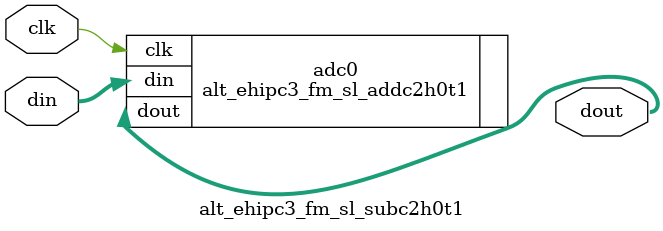
<source format=v>




`timescale 1ps/1ps


module alt_ehipc3_fm_sl_subc2h0t1 #(
    parameter SIM_EMULATE = 1'b0
) (
    input clk,
    input [1:0] din,
    output [1:0] dout
);

alt_ehipc3_fm_sl_addc2h0t1 adc0 (
    .clk(clk),
    .din(din),
    .dout(dout)
);
defparam adc0 .SIM_EMULATE = SIM_EMULATE;

endmodule

`ifdef QUESTA_INTEL_OEM
`pragma questa_oem_00 "sj2EnSVIknGz65j61L+DMMO3HDcSN2jhvr55koJ1ECJkPtG0Fw9q9R2fIYYgv2BPR8BrsR+RYKuIJjlYQNmgnXVjvtJtJool3uQURgCFpQL23pok+Wr2TXSNbySMdXxV2gz6CwxUk+0+/rDLrsroCzkAiFw2amgz6Do5tJQltYjCIPqHFj/3UZep9T4dBvB83T//SpBFZzgCz+Lzrx+1A17RXSmjyar6SF3JSJg+7B3Ti84mnosE+fWFWrdqkEIIbOUbrPXg95QdflUAXO6XrRc68F7Udmu3cnN01zxwz4ncUOh2R3hSEI2RfxolW9Eo4LHRTijOQG/jHvh6mLdS8zwh919zMk4+Up8ydIJEevlgYJqjOGFO8mziKpEwU1crh365AxDX70HQvW+quFOBp2jvNpHi/GhB04mPXdoNQX8gy8ron9GqbThPOuhRn0UxSqW6dek81Mi58Yq/CIMRBf16Lge4wNQK9lhjmpwfEQRIOkNdrRkQqI1Qt5vmWlDetXVQyNWCFGBRNaavj15o9QbJXRkErLvXDE0TQO3Ud45jsZ/Pi1xqlezdiwUpUc7x8s30BGSVBJE7B+OVvTF4/D2Kr+qKcP/W+ETj0m1J4bHPHyhZJopvSiyK08Yf+H8izpmookvZ1sKN6TEKSVMd8PRkVfEg+OBbLgB2QigVB3ZPUcBzQE/l3u87oJyyXf/8TmzsWmDEsnIYZiMrgEJbHITZI01fATsoy/Bc6XyWIfxomG5QvOcBioCHrk/4cIvcDYP1Br61svhsYD9K9BD+umocV04uRG+xVjUDr615+b/OrKX3AMMm9MzNQbL2EivMz3fczPZWQeU1jNfi8iE3LdCPUBHxGvTLbDewHNENiy2/HHDbwVd0+Q0f6akljBllKskFHCA3AQgqJe1UdvekN7uEK1soVXloQTQ3xgMIxn64zXKDIp/BdZVLjNJhHbclCOfzUnvGWBjGHlYJU+tfSXYjkqdNgrcwxT6ZpbhBMtd8wiq7FBivGFD/F3Ce6hKN"
`endif
</source>
